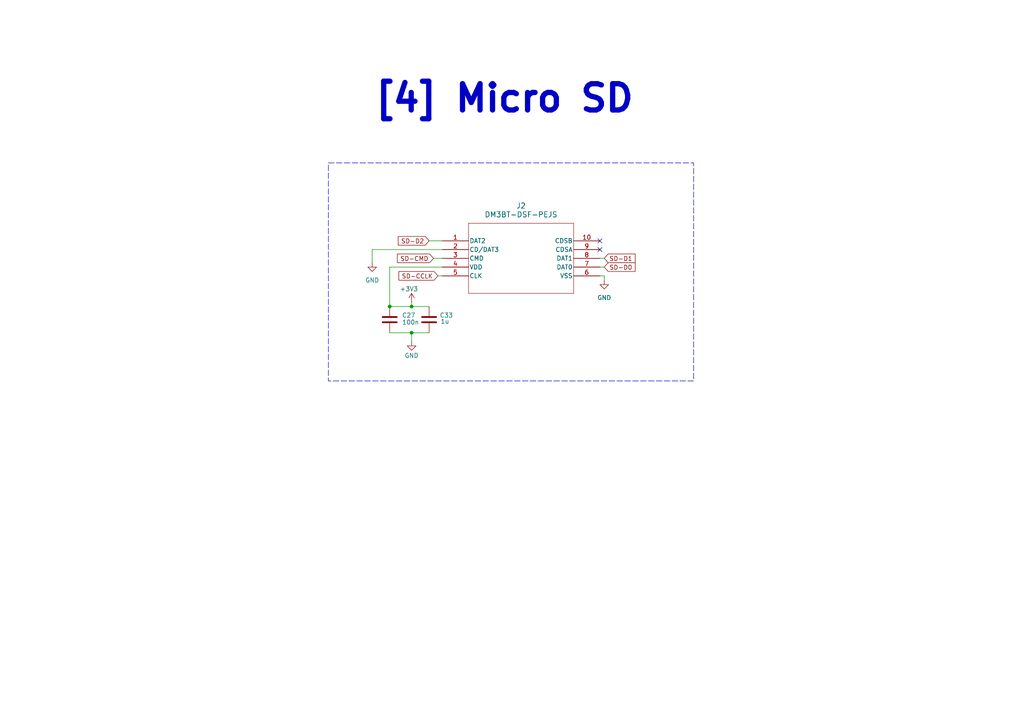
<source format=kicad_sch>
(kicad_sch (version 20250114) (generator "eeschema") (generator_version "9.0")
  (paper "A4")
  (lib_symbols
    (symbol "Device:C" (pin_numbers (hide yes)) (pin_names (offset 0.254))
      (property "Reference" "C" (at 0.635 2.54 0))
      (property "Value" "C" (at 0.635 -2.54 0))
      (symbol "C_0_1"
        (polyline (pts (xy -2.032 0.762) (xy 2.032 0.762)) (stroke (width 0.508)))
        (polyline (pts (xy -2.032 -0.762) (xy 2.032 -0.762)) (stroke (width 0.508)))
      )
      (symbol "C_1_1"
        (pin passive line (at 0 3.81 270) (length 2.794) (name "~") (number "1"))
        (pin passive line (at 0 -3.81 90) (length 2.794) (name "~") (number "2"))
      )
    )
    (symbol "GND_1" (power) (pin_numbers (hide yes)) (pin_names (offset 0) (hide yes))
      (property "Value" "GND" (at 0 -3.81 0))
      (symbol "GND_1_0_1"
        (polyline (pts (xy 0 0) (xy 0 -1.27) (xy 1.27 -1.27) (xy 0 -2.54) (xy -1.27 -1.27) (xy 0 -1.27)))
      )
      (symbol "GND_1_1_1"
        (pin power_in line (at 0 0 270) (length 0) (name "~") (number "1"))
      )
    )
    (symbol "adapter:DM3BT-DSF-PEJS" (pin_names (offset 0.254))
      (property "Reference" "J5" (at 22.86 10.16 0))
      (property "Value" "DM3BT-DSF-PEJS" (at 22.86 7.112 0))
      (symbol "DM3BT-DSF-PEJS_0_1"
        (polyline (pts (xy 7.62 5.08) (xy 7.62 -15.24)) (stroke (width 0.127)))
        (polyline (pts (xy 7.62 -15.24) (xy 38.1 -15.24)) (stroke (width 0.127)))
        (polyline (pts (xy 38.1 5.08) (xy 7.62 5.08)) (stroke (width 0.127)))
        (polyline (pts (xy 38.1 -15.24) (xy 38.1 5.08)) (stroke (width 0.127)))
        (pin bidirectional line (at 0 0 0) (length 7.62) (name "DAT2") (number "1"))
        (pin bidirectional line (at 0 -2.54 0) (length 7.62) (name "CD/DAT3") (number "2"))
        (pin unspecified line (at 0 -5.08 0) (length 7.62) (name "CMD") (number "3"))
        (pin power_in line (at 0 -7.62 0) (length 7.62) (name "VDD") (number "4"))
        (pin unspecified line (at 0 -10.16 0) (length 7.62) (name "CLK") (number "5"))
        (pin unspecified line (at 45.72 0 180) (length 7.62) (name "CDSB") (number "10"))
        (pin unspecified line (at 45.72 -2.54 180) (length 7.62) (name "CDSA") (number "9"))
        (pin bidirectional line (at 45.72 -5.08 180) (length 7.62) (name "DAT1") (number "8"))
        (pin bidirectional line (at 45.72 -7.62 180) (length 7.62) (name "DAT0") (number "7"))
        (pin power_out line (at 45.72 -10.16 180) (length 7.62) (name "VSS") (number "6"))
      )
    )
    (symbol "power:+3V3" (power) (pin_numbers (hide yes)) (pin_names (offset 0) (hide yes))
      (property "Value" "+3V3" (at 0 3.556 0))
      (symbol "+3V3_0_1"
        (polyline (pts (xy -0.762 1.27) (xy 0 2.54)))
        (polyline (pts (xy 0 2.54) (xy 0.762 1.27)))
        (polyline (pts (xy 0 0) (xy 0 2.54)))
      )
      (symbol "+3V3_1_1"
        (pin power_in line (at 0 0 90) (length 0) (name "~") (number "1"))
      )
    )
    (symbol "power:GND" (power) (pin_numbers (hide yes)) (pin_names (offset 0) (hide yes))
      (property "Value" "GND" (at 0 -3.81 0))
      (symbol "GND_0_1"
        (polyline (pts (xy 0 0) (xy 0 -1.27) (xy 1.27 -1.27) (xy 0 -2.54) (xy -1.27 -1.27) (xy 0 -1.27)))
      )
      (symbol "GND_1_1"
        (pin power_in line (at 0 0 270) (length 0) (name "~") (number "1"))
      )
    )
  )
  (rectangle (start 95.25 47.244) (end 201.168 110.49) (stroke (width 0) (type dash)))
  (text "[4] Micro SD" (at 146.304 28.702 0) (effects (font (size 7.62 7.62) (thickness 1.524) (bold yes))))
  (junction (at 119.38 96.52))
  (junction (at 119.38 88.9))
  (junction (at 113.03 88.9))
  (no_connect (at 173.99 69.85))
  (no_connect (at 173.99 72.39))
  (wire (pts (xy 125.73 74.93) (xy 128.27 74.93)))
  (wire (pts (xy 113.03 88.9) (xy 119.38 88.9)))
  (wire (pts (xy 119.38 96.52) (xy 124.46 96.52)))
  (wire (pts (xy 113.03 96.52) (xy 119.38 96.52)))
  (wire (pts (xy 173.99 77.47) (xy 175.26 77.47)))
  (wire (pts (xy 173.99 80.01) (xy 175.26 80.01)))
  (wire (pts (xy 128.27 72.39) (xy 107.95 72.39)))
  (wire (pts (xy 127 80.01) (xy 128.27 80.01)))
  (wire (pts (xy 119.38 88.9) (xy 124.46 88.9)))
  (wire (pts (xy 113.03 77.47) (xy 113.03 88.9)))
  (wire (pts (xy 175.26 80.01) (xy 175.26 81.28)))
  (wire (pts (xy 124.46 69.85) (xy 128.27 69.85)))
  (wire (pts (xy 113.03 77.47) (xy 128.27 77.47)))
  (wire (pts (xy 119.38 87.63) (xy 119.38 88.9)))
  (wire (pts (xy 107.95 72.39) (xy 107.95 76.2)))
  (wire (pts (xy 173.99 74.93) (xy 175.26 74.93)))
  (wire (pts (xy 119.38 96.52) (xy 119.38 99.06)))
  (global_label "SD-CMD" (shape input) (at 125.73 74.93 180) (property "Intersheetrefs" "${INTERSHEET_REFS}" (effects (hide yes))))
  (global_label "SD-D0" (shape input) (at 175.26 77.47 0) (property "Intersheetrefs" "${INTERSHEET_REFS}" (effects (hide yes))))
  (global_label "SD-CCLK" (shape input) (at 127 80.01 180) (property "Intersheetrefs" "${INTERSHEET_REFS}" (effects (hide yes))))
  (global_label "SD-D1" (shape input) (at 175.26 74.93 0) (property "Intersheetrefs" "${INTERSHEET_REFS}" (effects (hide yes))))
  (global_label "SD-D2" (shape input) (at 124.46 69.85 180) (property "Intersheetrefs" "${INTERSHEET_REFS}" (effects (hide yes))))
  (symbol (lib_id "power:GND") (at 107.95 76.2 0) (unit 1)
    (property "Reference" "#PWR025" (effects (hide yes)))
    (property "Value" "GND" (at 107.95 81.28 0))
    (property "Description" "Power symbol creates a global label with name \"GND\" , ground" (effects (hide yes)))
  )
  (symbol (lib_id "power:GND") (at 119.38 99.06 0) (unit 1)
    (property "Reference" "#PWR05" (effects (hide yes)))
    (property "Value" "GND" (at 119.38 103.124 0))
  )
  (symbol (lib_id "Device:C") (at 113.03 92.71 0) (unit 1)
    (property "Reference" "C27" (at 116.586 91.44 0) (effects (justify left)))
    (property "Value" "100n" (at 116.586 93.472 0) (effects (justify left)))
    (property "Footprint" "Capacitor_SMD:C_0402_1005Metric" (effects (hide yes)))
    (property "MANUFACTURER" "Murata Electronics" (effects (hide yes)))
    (property "MANUFACTURER_PART_NUMBER" "GCM155R71H104KE02D" (effects (hide yes)))
  )
  (symbol (lib_id "adapter:DM3BT-DSF-PEJS") (at 128.27 69.85 0) (unit 1)
    (property "Reference" "J2" (at 151.13 59.69 0) (effects (font (size 1.524 1.524))))
    (property "Value" "DM3BT-DSF-PEJS" (at 151.13 62.23 0) (effects (font (size 1.524 1.524))))
    (property "Footprint" "adapter:DM3BT_DSF_PEJS" (effects (hide yes)))
    (property "Datasheet" "DM3BT-DSF-PEJS" (effects (hide yes)))
    (property "MANUFACTURER" "Hirose Electric Co Ltd" (effects (hide yes)))
    (property "MANUFACTURER_PART_NUMBER" "DM3BT-DSF-PEJS" (effects (hide yes)))
  )
  (symbol (lib_id "power:+3V3") (at 119.38 87.63 0) (unit 1)
    (property "Reference" "#PWR020" (effects (hide yes)))
    (property "Value" "+3V3" (at 118.618 83.82 0))
    (property "Description" "Power symbol creates a global label with name \"+3V3\"" (effects (hide yes)))
  )
  (symbol (lib_id "Device:C") (at 124.46 92.71 0) (unit 1)
    (property "Reference" "C33" (at 127.508 91.44 0) (effects (justify left)))
    (property "Value" "1u" (at 127.762 93.218 0) (effects (justify left)))
    (property "Footprint" "Capacitor_SMD:C_0402_1005Metric" (effects (hide yes)))
    (property "MANUFACTURER" "Murata Electronics" (effects (hide yes)))
    (property "MANUFACTURER_PART_NUMBER" "GRT155R61A105KE01D" (effects (hide yes)))
  )
  (symbol (lib_name "GND_1") (lib_id "power:GND") (at 175.26 81.28 0) (unit 1)
    (property "Reference" "#PWR077" (effects (hide yes)))
    (property "Value" "GND" (at 175.26 86.36 0))
    (property "Description" "Power symbol creates a global label with name \"GND\" , ground" (effects (hide yes)))
  )
)
</source>
